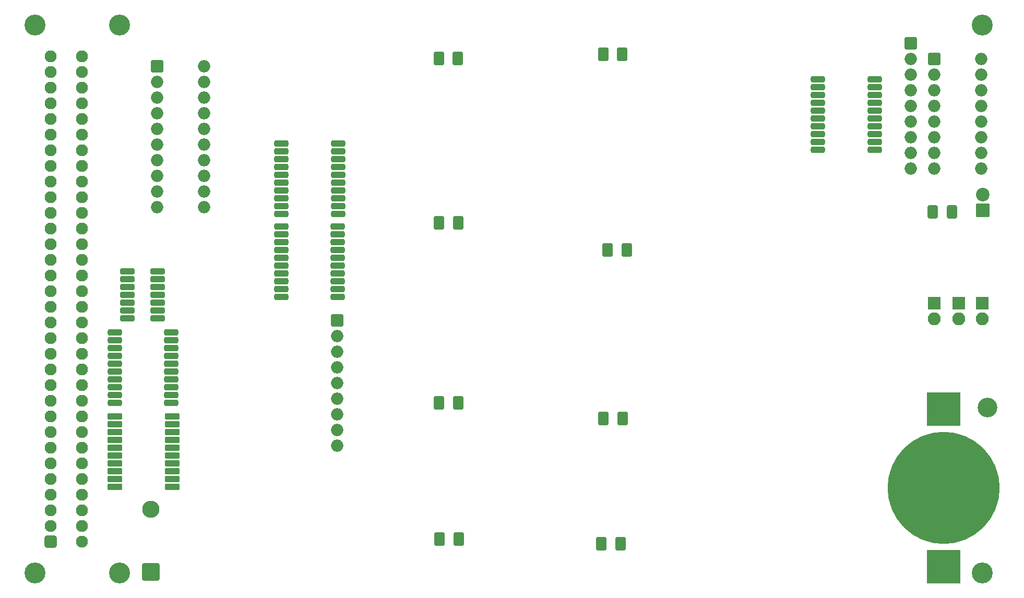
<source format=gbr>
G04 #@! TF.GenerationSoftware,KiCad,Pcbnew,8.0.9-8.0.9-0~ubuntu22.04.1*
G04 #@! TF.CreationDate,2025-03-29T10:12:52+01:00*
G04 #@! TF.ProjectId,CPU09RAM,43505530-3952-4414-9d2e-6b696361645f,rev?*
G04 #@! TF.SameCoordinates,Original*
G04 #@! TF.FileFunction,Soldermask,Bot*
G04 #@! TF.FilePolarity,Negative*
%FSLAX46Y46*%
G04 Gerber Fmt 4.6, Leading zero omitted, Abs format (unit mm)*
G04 Created by KiCad (PCBNEW 8.0.9-8.0.9-0~ubuntu22.04.1) date 2025-03-29 10:12:52*
%MOMM*%
%LPD*%
G01*
G04 APERTURE LIST*
G04 Aperture macros list*
%AMRoundRect*
0 Rectangle with rounded corners*
0 $1 Rounding radius*
0 $2 $3 $4 $5 $6 $7 $8 $9 X,Y pos of 4 corners*
0 Add a 4 corners polygon primitive as box body*
4,1,4,$2,$3,$4,$5,$6,$7,$8,$9,$2,$3,0*
0 Add four circle primitives for the rounded corners*
1,1,$1+$1,$2,$3*
1,1,$1+$1,$4,$5*
1,1,$1+$1,$6,$7*
1,1,$1+$1,$8,$9*
0 Add four rect primitives between the rounded corners*
20,1,$1+$1,$2,$3,$4,$5,0*
20,1,$1+$1,$4,$5,$6,$7,0*
20,1,$1+$1,$6,$7,$8,$9,0*
20,1,$1+$1,$8,$9,$2,$3,0*%
G04 Aperture macros list end*
%ADD10C,3.200000*%
%ADD11RoundRect,0.200000X-0.850000X-0.850000X0.850000X-0.850000X0.850000X0.850000X-0.850000X0.850000X0*%
%ADD12O,2.100000X2.100000*%
%ADD13C,3.400000*%
%ADD14RoundRect,0.200000X-0.800000X-0.800000X0.800000X-0.800000X0.800000X0.800000X-0.800000X0.800000X0*%
%ADD15O,2.000000X2.000000*%
%ADD16RoundRect,0.200000X0.900000X-0.900000X0.900000X0.900000X-0.900000X0.900000X-0.900000X-0.900000X0*%
%ADD17C,2.200000*%
%ADD18RoundRect,0.200000X1.200000X-1.200000X1.200000X1.200000X-1.200000X1.200000X-1.200000X-1.200000X0*%
%ADD19O,2.800000X2.800000*%
%ADD20RoundRect,0.200000X-0.800000X0.800000X-0.800000X-0.800000X0.800000X-0.800000X0.800000X0.800000X0*%
%ADD21C,3.250000*%
%ADD22RoundRect,0.314516X0.660484X-0.660484X0.660484X0.660484X-0.660484X0.660484X-0.660484X-0.660484X0*%
%ADD23C,1.950000*%
%ADD24RoundRect,0.250000X0.900000X0.250000X-0.900000X0.250000X-0.900000X-0.250000X0.900000X-0.250000X0*%
%ADD25RoundRect,0.250000X0.975000X0.250000X-0.975000X0.250000X-0.975000X-0.250000X0.975000X-0.250000X0*%
%ADD26RoundRect,0.325471X-0.537029X-0.774529X0.537029X-0.774529X0.537029X0.774529X-0.537029X0.774529X0*%
%ADD27RoundRect,0.250000X-0.900000X-0.250000X0.900000X-0.250000X0.900000X0.250000X-0.900000X0.250000X0*%
%ADD28RoundRect,0.326924X0.523076X0.748076X-0.523076X0.748076X-0.523076X-0.748076X0.523076X-0.748076X0*%
%ADD29RoundRect,0.200000X2.550000X-2.550000X2.550000X2.550000X-2.550000X2.550000X-2.550000X-2.550000X0*%
%ADD30C,18.200000*%
%ADD31RoundRect,0.250000X0.925000X0.250000X-0.925000X0.250000X-0.925000X-0.250000X0.925000X-0.250000X0*%
G04 APERTURE END LIST*
D10*
X217297000Y-117602000D03*
D11*
X216408000Y-100711000D03*
D12*
X216408000Y-103251000D03*
D11*
X212598000Y-100711000D03*
D12*
X212598000Y-103251000D03*
D13*
X62760000Y-55550000D03*
X62760000Y-144450000D03*
X76510000Y-55550000D03*
X76510000Y-144450000D03*
X216430000Y-55550000D03*
X216430000Y-144450000D03*
D14*
X82550000Y-62230000D03*
D15*
X82550000Y-64770000D03*
X82550000Y-67310000D03*
X82550000Y-69850000D03*
X82550000Y-72390000D03*
X82550000Y-74930000D03*
X82550000Y-77470000D03*
X82550000Y-80010000D03*
X82550000Y-82550000D03*
X82550000Y-85090000D03*
X90170000Y-85090000D03*
X90170000Y-82550000D03*
X90170000Y-80010000D03*
X90170000Y-77470000D03*
X90170000Y-74930000D03*
X90170000Y-72390000D03*
X90170000Y-69850000D03*
X90170000Y-67310000D03*
X90170000Y-64770000D03*
X90170000Y-62230000D03*
D16*
X216535000Y-85598000D03*
D17*
X216535000Y-83058000D03*
D18*
X81534000Y-144272000D03*
D19*
X81534000Y-134112000D03*
D14*
X208661000Y-61087000D03*
D15*
X208661000Y-63627000D03*
X208661000Y-66167000D03*
X208661000Y-68707000D03*
X208661000Y-71247000D03*
X208661000Y-73787000D03*
X208661000Y-76327000D03*
X208661000Y-78867000D03*
X216281000Y-78867000D03*
X216281000Y-76327000D03*
X216281000Y-73787000D03*
X216281000Y-71247000D03*
X216281000Y-68707000D03*
X216281000Y-66167000D03*
X216281000Y-63627000D03*
X216281000Y-61087000D03*
D20*
X204851000Y-58532000D03*
D15*
X204851000Y-61072000D03*
X204851000Y-63612000D03*
X204851000Y-66152000D03*
X204851000Y-68692000D03*
X204851000Y-71232000D03*
X204851000Y-73772000D03*
X204851000Y-76312000D03*
X204851000Y-78852000D03*
D21*
X62760000Y-144453000D03*
X62760000Y-55553000D03*
D22*
X65300000Y-139373000D03*
D23*
X65300000Y-136833000D03*
X65300000Y-134293000D03*
X65300000Y-131753000D03*
X65300000Y-129213000D03*
X65300000Y-126673000D03*
X65300000Y-124133000D03*
X65300000Y-121593000D03*
X65300000Y-119053000D03*
X65300000Y-116513000D03*
X65300000Y-113973000D03*
X65300000Y-111433000D03*
X65300000Y-108893000D03*
X65300000Y-106353000D03*
X65300000Y-103813000D03*
X65300000Y-101273000D03*
X65300000Y-98733000D03*
X65300000Y-96193000D03*
X65300000Y-93653000D03*
X65300000Y-91113000D03*
X65300000Y-88573000D03*
X65300000Y-86033000D03*
X65300000Y-83493000D03*
X65300000Y-80953000D03*
X65300000Y-78413000D03*
X65300000Y-75873000D03*
X65300000Y-73333000D03*
X65300000Y-70793000D03*
X65300000Y-68253000D03*
X65300000Y-65713000D03*
X65300000Y-63173000D03*
X65300000Y-60633000D03*
X70380000Y-139373000D03*
X70380000Y-136833000D03*
X70380000Y-134293000D03*
X70380000Y-131753000D03*
X70380000Y-129213000D03*
X70380000Y-126673000D03*
X70380000Y-124133000D03*
X70380000Y-121593000D03*
X70380000Y-119053000D03*
X70380000Y-116513000D03*
X70380000Y-113973000D03*
X70380000Y-111433000D03*
X70380000Y-108893000D03*
X70380000Y-106353000D03*
X70380000Y-103813000D03*
X70380000Y-101273000D03*
X70380000Y-98733000D03*
X70380000Y-96193000D03*
X70380000Y-93653000D03*
X70380000Y-91113000D03*
X70380000Y-88573000D03*
X70380000Y-86033000D03*
X70380000Y-83493000D03*
X70380000Y-80953000D03*
X70380000Y-78413000D03*
X70380000Y-75873000D03*
X70380000Y-73333000D03*
X70380000Y-70793000D03*
X70380000Y-68253000D03*
X70380000Y-65713000D03*
X70380000Y-63173000D03*
X70380000Y-60633000D03*
D20*
X111760000Y-103505000D03*
D15*
X111760000Y-106045000D03*
X111760000Y-108585000D03*
X111760000Y-111125000D03*
X111760000Y-113665000D03*
X111760000Y-116205000D03*
X111760000Y-118745000D03*
X111760000Y-121285000D03*
X111760000Y-123825000D03*
D11*
X208661000Y-100711000D03*
D12*
X208661000Y-103251000D03*
D24*
X84892000Y-105410000D03*
X84892000Y-106680000D03*
X84892000Y-107950000D03*
X84892000Y-109220000D03*
X84892000Y-110490000D03*
X84892000Y-111760000D03*
X84892000Y-113030000D03*
X84892000Y-114300000D03*
X84892000Y-115570000D03*
X84892000Y-116840000D03*
X75692000Y-116840000D03*
X75692000Y-115570000D03*
X75692000Y-114300000D03*
X75692000Y-113030000D03*
X75692000Y-111760000D03*
X75692000Y-110490000D03*
X75692000Y-109220000D03*
X75692000Y-107950000D03*
X75692000Y-106680000D03*
X75692000Y-105410000D03*
D25*
X85030598Y-119045828D03*
X85030598Y-120315828D03*
X85030598Y-121585828D03*
X85030598Y-122855828D03*
X85030598Y-124125828D03*
X85030598Y-125395828D03*
X85030598Y-126665828D03*
X85030598Y-127935828D03*
X85030598Y-129205828D03*
X85030598Y-130475828D03*
X75730598Y-130475828D03*
X75730598Y-129205828D03*
X75730598Y-127935828D03*
X75730598Y-126665828D03*
X75730598Y-125395828D03*
X75730598Y-124125828D03*
X75730598Y-122855828D03*
X75730598Y-121585828D03*
X75730598Y-120315828D03*
X75730598Y-119045828D03*
D26*
X154940000Y-60325000D03*
X158065000Y-60325000D03*
D27*
X102733624Y-86247398D03*
X102733624Y-84977398D03*
X102733624Y-83707398D03*
X102733624Y-82437398D03*
X102733624Y-81167398D03*
X102733624Y-79897398D03*
X102733624Y-78627398D03*
X102733624Y-77357398D03*
X102733624Y-76087398D03*
X102733624Y-74817398D03*
X111933624Y-74817398D03*
X111933624Y-76087398D03*
X111933624Y-77357398D03*
X111933624Y-78627398D03*
X111933624Y-79897398D03*
X111933624Y-81167398D03*
X111933624Y-82437398D03*
X111933624Y-83707398D03*
X111933624Y-84977398D03*
X111933624Y-86247398D03*
D28*
X211507000Y-85852000D03*
X208407000Y-85852000D03*
D26*
X154647500Y-139700000D03*
X157772500Y-139700000D03*
X154990000Y-119380000D03*
X158115000Y-119380000D03*
X128358500Y-138938000D03*
X131483500Y-138938000D03*
D27*
X102715000Y-99695000D03*
X102715000Y-98425000D03*
X102715000Y-97155000D03*
X102715000Y-95885000D03*
X102715000Y-94615000D03*
X102715000Y-93345000D03*
X102715000Y-92075000D03*
X102715000Y-90805000D03*
X102715000Y-89535000D03*
X102715000Y-88265000D03*
X111915000Y-88265000D03*
X111915000Y-89535000D03*
X111915000Y-90805000D03*
X111915000Y-92075000D03*
X111915000Y-93345000D03*
X111915000Y-94615000D03*
X111915000Y-95885000D03*
X111915000Y-97155000D03*
X111915000Y-98425000D03*
X111915000Y-99695000D03*
D29*
X210207244Y-143483000D03*
X210207244Y-117883000D03*
D30*
X210207244Y-130683000D03*
D26*
X128320000Y-116840000D03*
X131445000Y-116840000D03*
X155625000Y-92075000D03*
X158750000Y-92075000D03*
D24*
X199009000Y-64374000D03*
X199009000Y-65644000D03*
X199009000Y-66914000D03*
X199009000Y-68184000D03*
X199009000Y-69454000D03*
X199009000Y-70724000D03*
X199009000Y-71994000D03*
X199009000Y-73264000D03*
X199009000Y-74534000D03*
X199009000Y-75804000D03*
X189809000Y-75804000D03*
X189809000Y-74534000D03*
X189809000Y-73264000D03*
X189809000Y-71994000D03*
X189809000Y-70724000D03*
X189809000Y-69454000D03*
X189809000Y-68184000D03*
X189809000Y-66914000D03*
X189809000Y-65644000D03*
X189809000Y-64374000D03*
D26*
X128270000Y-60960000D03*
X131395000Y-60960000D03*
X128320000Y-87630000D03*
X131445000Y-87630000D03*
D31*
X82674000Y-95504000D03*
X82674000Y-96774000D03*
X82674000Y-98044000D03*
X82674000Y-99314000D03*
X82674000Y-100584000D03*
X82674000Y-101854000D03*
X82674000Y-103124000D03*
X77724000Y-103124000D03*
X77724000Y-101854000D03*
X77724000Y-100584000D03*
X77724000Y-99314000D03*
X77724000Y-98044000D03*
X77724000Y-96774000D03*
X77724000Y-95504000D03*
M02*

</source>
